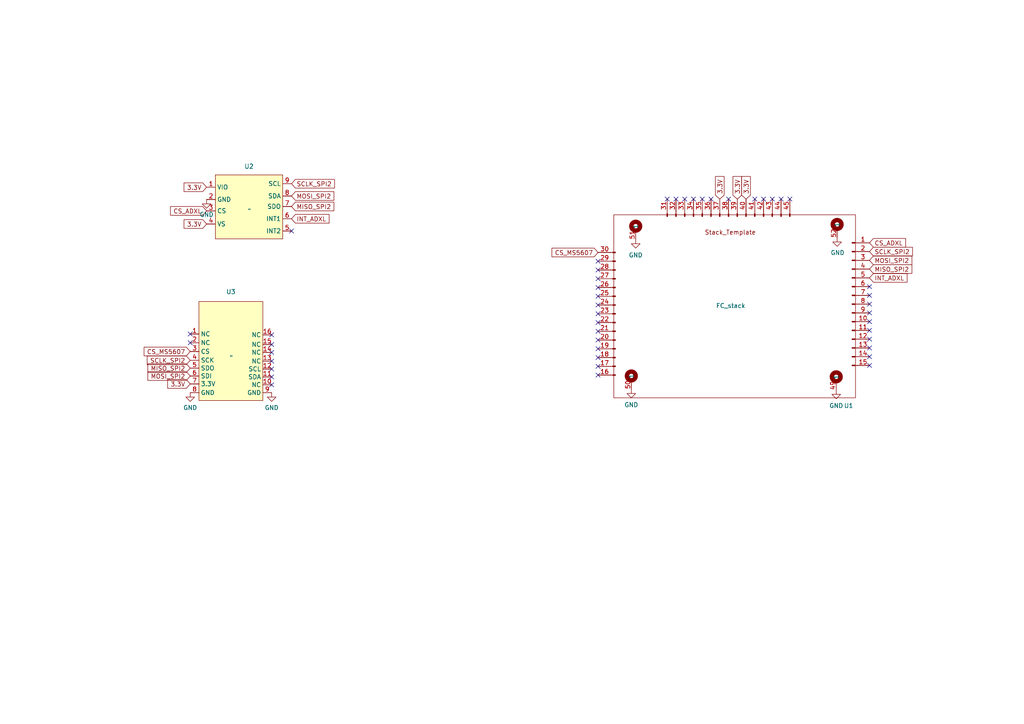
<source format=kicad_sch>
(kicad_sch (version 20230121) (generator eeschema)
  (paper "A4")
  (lib_symbols
    (symbol "ADXL_EVAL:ADXL375_EVAL"
      (property "Reference" "U" (at 0 0 0))
      (symbol "ADXL375_EVAL_1_1"
        (rectangle (start -9.906 9.906) (end 9.652 -8.636) (fill (type background)))
        (pin input line (at -12.446 6.35 0) (length 2.54) (name "VIO") (number "1"))
        (pin input line (at -12.446 2.794 0) (length 2.54) (name "GND") (number "2"))
        (pin input line (at -12.446 -0.508 0) (length 2.54) (name "CS") (number "3"))
        (pin input line (at -12.446 -4.318 0) (length 2.54) (name "VS") (number "4"))
        (pin input line (at 12.192 -6.35 180) (length 2.54) (name "INT2") (number "5"))
        (pin input line (at 12.192 -2.794 180) (length 2.54) (name "INT1") (number "6"))
        (pin input line (at 12.192 0.762 180) (length 2.54) (name "SDO") (number "7"))
        (pin input line (at 12.192 3.81 180) (length 2.54) (name "SDA") (number "8"))
        (pin input line (at 12.192 7.366 180) (length 2.54) (name "SCL") (number "9"))
      )
    )
    (symbol "MIKROE_ALTITUDE_2:MIKROE_ALTITUDE_CLICK_2"
      (property "Reference" "U" (at 0 0 0))
      (symbol "MIKROE_ALTITUDE_CLICK_2_1_1"
        (rectangle (start -9.398 15.748) (end 9.144 -12.954) (fill (type background)))
        (pin input line (at -11.938 6.35 0) (length 2.54) (name "NC") (number "1"))
        (pin input line (at 11.684 -8.382 180) (length 2.54) (name "NC") (number "10"))
        (pin input line (at 11.684 -6.096 180) (length 2.54) (name "SDA") (number "11"))
        (pin input line (at 11.684 -3.81 180) (length 2.54) (name "SCL") (number "12"))
        (pin input line (at 11.684 -1.524 180) (length 2.54) (name "NC") (number "13"))
        (pin input line (at 11.684 1.016 180) (length 2.54) (name "NC") (number "14"))
        (pin input line (at 11.684 3.302 180) (length 2.54) (name "NC") (number "15"))
        (pin input line (at 11.684 6.096 180) (length 2.54) (name "NC") (number "16"))
        (pin input line (at -11.938 3.81 0) (length 2.54) (name "NC") (number "2"))
        (pin input line (at -11.938 1.27 0) (length 2.54) (name "CS") (number "3"))
        (pin input line (at -11.938 -1.27 0) (length 2.54) (name "SCK") (number "4"))
        (pin input line (at -11.938 -3.556 0) (length 2.54) (name "SDO") (number "5"))
        (pin input line (at -11.938 -5.842 0) (length 2.54) (name "SDI") (number "6"))
        (pin input line (at -11.938 -8.128 0) (length 2.54) (name "3.3V") (number "7"))
        (pin input line (at -11.938 -10.668 0) (length 2.54) (name "GND") (number "8"))
        (pin input line (at 11.684 -10.668 180) (length 2.54) (name "GND") (number "9"))
      )
    )
    (symbol "fc_stack:Template"
      (property "Reference" "U" (at 0 0 0))
      (symbol "Template_0_1"
        (circle (center -28.448 -13.208) (radius 1.27) (stroke (width 1.27)))
        (circle (center -27.178 30.226) (radius 1.27) (stroke (width 1.27)))
        (circle (center 30.988 -13.462) (radius 1.27) (stroke (width 1.27)))
        (circle (center 31.242 30.734) (radius 1.27) (stroke (width 1.27)))
      )
      (symbol "Template_1_1"
        (rectangle (start -33.8836 -13.081) (end -33.02 -12.827) (stroke (width 0.1524)) (fill (type outline)))
        (rectangle (start -33.8836 -10.541) (end -33.02 -10.287) (stroke (width 0.1524)) (fill (type outline)))
        (rectangle (start -33.8836 -8.001) (end -33.02 -7.747) (stroke (width 0.1524)) (fill (type outline)))
        (rectangle (start -33.8836 -5.461) (end -33.02 -5.207) (stroke (width 0.1524)) (fill (type outline)))
        (rectangle (start -33.8836 -2.921) (end -33.02 -2.667) (stroke (width 0.1524)) (fill (type outline)))
        (rectangle (start -33.8836 -0.381) (end -33.02 -0.127) (stroke (width 0.1524)) (fill (type outline)))
        (rectangle (start -33.8836 2.159) (end -33.02 2.413) (stroke (width 0.1524)) (fill (type outline)))
        (rectangle (start -33.8836 4.699) (end -33.02 4.953) (stroke (width 0.1524)) (fill (type outline)))
        (rectangle (start -33.8836 7.239) (end -33.02 7.493) (stroke (width 0.1524)) (fill (type outline)))
        (rectangle (start -33.8836 9.779) (end -33.02 10.033) (stroke (width 0.1524)) (fill (type outline)))
        (rectangle (start -33.8836 12.319) (end -33.02 12.573) (stroke (width 0.1524)) (fill (type outline)))
        (rectangle (start -33.8836 14.859) (end -33.02 15.113) (stroke (width 0.1524)) (fill (type outline)))
        (rectangle (start -33.8836 17.399) (end -33.02 17.653) (stroke (width 0.1524)) (fill (type outline)))
        (rectangle (start -33.8836 19.939) (end -33.02 20.193) (stroke (width 0.1524)) (fill (type outline)))
        (rectangle (start -33.8836 22.479) (end -33.02 22.733) (stroke (width 0.1524)) (fill (type outline)))
        (rectangle (start -33.528 33.528) (end 36.576 -19.558))
        (rectangle (start -18.161 33.8836) (end -17.907 33.02) (stroke (width 0.1524)) (fill (type outline)))
        (rectangle (start -15.621 33.8836) (end -15.367 33.02) (stroke (width 0.1524)) (fill (type outline)))
        (rectangle (start -13.081 33.8836) (end -12.827 33.02) (stroke (width 0.1524)) (fill (type outline)))
        (rectangle (start -10.541 33.8836) (end -10.287 33.02) (stroke (width 0.1524)) (fill (type outline)))
        (rectangle (start -8.001 33.8836) (end -7.747 33.02) (stroke (width 0.1524)) (fill (type outline)))
        (rectangle (start -5.461 33.8836) (end -5.207 33.02) (stroke (width 0.1524)) (fill (type outline)))
        (rectangle (start -2.921 33.8836) (end -2.667 33.02) (stroke (width 0.1524)) (fill (type outline)))
        (rectangle (start -0.381 33.8836) (end -0.127 33.02) (stroke (width 0.1524)) (fill (type outline)))
        (polyline (pts (xy -34.29 -12.954) (xy -33.8836 -12.954)) (stroke (width 0.1524)))
        (polyline (pts (xy -34.29 -10.414) (xy -33.8836 -10.414)) (stroke (width 0.1524)))
        (polyline (pts (xy -34.29 -7.874) (xy -33.8836 -7.874)) (stroke (width 0.1524)))
        (polyline (pts (xy -34.29 -5.334) (xy -33.8836 -5.334)) (stroke (width 0.1524)))
        (polyline (pts (xy -34.29 -2.794) (xy -33.8836 -2.794)) (stroke (width 0.1524)))
        (polyline (pts (xy -34.29 -0.254) (xy -33.8836 -0.254)) (stroke (width 0.1524)))
        (polyline (pts (xy -34.29 2.286) (xy -33.8836 2.286)) (stroke (width 0.1524)))
        (polyline (pts (xy -34.29 4.826) (xy -33.8836 4.826)) (stroke (width 0.1524)))
        (polyline (pts (xy -34.29 7.366) (xy -33.8836 7.366)) (stroke (width 0.1524)))
        (polyline (pts (xy -34.29 9.906) (xy -33.8836 9.906)) (stroke (width 0.1524)))
        (polyline (pts (xy -34.29 12.446) (xy -33.8836 12.446)) (stroke (width 0.1524)))
        (polyline (pts (xy -34.29 14.986) (xy -33.8836 14.986)) (stroke (width 0.1524)))
        (polyline (pts (xy -34.29 17.526) (xy -33.8836 17.526)) (stroke (width 0.1524)))
        (polyline (pts (xy -34.29 20.066) (xy -33.8836 20.066)) (stroke (width 0.1524)))
        (polyline (pts (xy -34.29 22.606) (xy -33.8836 22.606)) (stroke (width 0.1524)))
        (polyline (pts (xy -18.034 34.29) (xy -18.034 33.8836)) (stroke (width 0.1524)))
        (polyline (pts (xy -15.494 34.29) (xy -15.494 33.8836)) (stroke (width 0.1524)))
        (polyline (pts (xy -12.954 34.29) (xy -12.954 33.8836)) (stroke (width 0.1524)))
        (polyline (pts (xy -10.414 34.29) (xy -10.414 33.8836)) (stroke (width 0.1524)))
        (polyline (pts (xy -7.874 34.29) (xy -7.874 33.8836)))
        (polyline (pts (xy -5.334 34.29) (xy -5.334 33.8836)) (stroke (width 0.1524)))
        (polyline (pts (xy -2.794 34.29) (xy -2.794 33.8836)) (stroke (width 0.1524)))
        (polyline (pts (xy -0.254 34.29) (xy -0.254 33.8836)) (stroke (width 0.1524)))
        (polyline (pts (xy 2.286 34.29) (xy 2.286 33.8836)) (stroke (width 0.1524)))
        (polyline (pts (xy 4.826 34.29) (xy 4.826 33.8836)) (stroke (width 0.1524)))
        (polyline (pts (xy 7.366 34.29) (xy 7.366 33.8836)) (stroke (width 0.1524)))
        (polyline (pts (xy 9.906 34.29) (xy 9.906 33.8836)) (stroke (width 0.1524)))
        (polyline (pts (xy 12.446 34.29) (xy 12.446 33.8836)) (stroke (width 0.1524)))
        (polyline (pts (xy 14.986 34.29) (xy 14.986 33.8836)) (stroke (width 0.1524)))
        (polyline (pts (xy 17.526 34.29) (xy 17.526 33.8836)) (stroke (width 0.1524)))
        (polyline (pts (xy 36.83 -10.16) (xy 36.4236 -10.16)) (stroke (width 0.1524)))
        (polyline (pts (xy 36.83 -7.62) (xy 36.4236 -7.62)) (stroke (width 0.1524)))
        (polyline (pts (xy 36.83 -5.08) (xy 36.4236 -5.08)) (stroke (width 0.1524)))
        (polyline (pts (xy 36.83 -2.54) (xy 36.4236 -2.54)) (stroke (width 0.1524)))
        (polyline (pts (xy 36.83 0) (xy 36.4236 0)) (stroke (width 0.1524)))
        (polyline (pts (xy 36.83 2.54) (xy 36.4236 2.54)) (stroke (width 0.1524)))
        (polyline (pts (xy 36.83 5.08) (xy 36.4236 5.08)) (stroke (width 0.1524)))
        (polyline (pts (xy 36.83 7.62) (xy 36.4236 7.62)) (stroke (width 0.1524)))
        (polyline (pts (xy 36.83 10.16) (xy 36.4236 10.16)) (stroke (width 0.1524)))
        (polyline (pts (xy 36.83 12.7) (xy 36.4236 12.7)) (stroke (width 0.1524)))
        (polyline (pts (xy 36.83 15.24) (xy 36.4236 15.24)) (stroke (width 0.1524)))
        (polyline (pts (xy 36.83 17.78) (xy 36.4236 17.78)) (stroke (width 0.1524)))
        (polyline (pts (xy 36.83 20.32) (xy 36.4236 20.32)) (stroke (width 0.1524)))
        (polyline (pts (xy 36.83 22.86) (xy 36.4236 22.86)) (stroke (width 0.1524)))
        (polyline (pts (xy 36.83 25.4) (xy 36.4236 25.4)) (stroke (width 0.1524)))
        (rectangle (start 2.159 33.8836) (end 2.413 33.02) (stroke (width 0.1524)) (fill (type outline)))
        (rectangle (start 4.699 33.8836) (end 4.953 33.02) (stroke (width 0.1524)) (fill (type outline)))
        (rectangle (start 7.239 33.8836) (end 7.493 33.02) (stroke (width 0.1524)) (fill (type outline)))
        (rectangle (start 9.779 33.8836) (end 10.033 33.02) (stroke (width 0.1524)) (fill (type outline)))
        (rectangle (start 12.319 33.8836) (end 12.573 33.02) (stroke (width 0.1524)) (fill (type outline)))
        (rectangle (start 14.859 33.8836) (end 15.113 33.02) (stroke (width 0.1524)) (fill (type outline)))
        (rectangle (start 17.399 33.8836) (end 17.653 33.02) (stroke (width 0.1524)) (fill (type outline)))
        (rectangle (start 36.4236 -10.033) (end 35.56 -10.287) (stroke (width 0.1524)) (fill (type outline)))
        (rectangle (start 36.4236 -7.493) (end 35.56 -7.747) (stroke (width 0.1524)) (fill (type outline)))
        (rectangle (start 36.4236 -4.953) (end 35.56 -5.207) (stroke (width 0.1524)) (fill (type outline)))
        (rectangle (start 36.4236 -2.413) (end 35.56 -2.667) (stroke (width 0.1524)) (fill (type outline)))
        (rectangle (start 36.4236 0.127) (end 35.56 -0.127) (stroke (width 0.1524)) (fill (type outline)))
        (rectangle (start 36.4236 2.667) (end 35.56 2.413) (stroke (width 0.1524)) (fill (type outline)))
        (rectangle (start 36.4236 5.207) (end 35.56 4.953) (stroke (width 0.1524)) (fill (type outline)))
        (rectangle (start 36.4236 7.747) (end 35.56 7.493) (stroke (width 0.1524)) (fill (type outline)))
        (rectangle (start 36.4236 10.287) (end 35.56 10.033) (stroke (width 0.1524)) (fill (type outline)))
        (rectangle (start 36.4236 12.827) (end 35.56 12.573) (stroke (width 0.1524)) (fill (type outline)))
        (rectangle (start 36.4236 15.367) (end 35.56 15.113) (stroke (width 0.1524)) (fill (type outline)))
        (rectangle (start 36.4236 17.907) (end 35.56 17.653) (stroke (width 0.1524)) (fill (type outline)))
        (rectangle (start 36.4236 20.447) (end 35.56 20.193) (stroke (width 0.1524)) (fill (type outline)))
        (rectangle (start 36.4236 22.987) (end 35.56 22.733) (stroke (width 0.1524)) (fill (type outline)))
        (rectangle (start 36.4236 25.527) (end 35.56 25.273) (stroke (width 0.1524)) (fill (type outline)))
        (text "Stack_Template\n" (at 0.254 28.448 0) (effects (font (size 1.27 1.27))))
        (pin passive line (at 40.64 25.4 180) (length 3.81) (name "") (number "1"))
        (pin passive line (at 40.64 2.54 180) (length 3.81) (name "") (number "10"))
        (pin passive line (at 40.64 0 180) (length 3.81) (name "") (number "11"))
        (pin passive line (at 40.64 -2.54 180) (length 3.81) (name "") (number "12"))
        (pin passive line (at 40.64 -5.08 180) (length 3.81) (name "") (number "13"))
        (pin passive line (at 40.64 -7.62 180) (length 3.81) (name "") (number "14"))
        (pin passive line (at 40.64 -10.16 180) (length 3.81) (name "") (number "15"))
        (pin passive line (at -38.1 -12.954 0) (length 3.81) (name "") (number "16"))
        (pin passive line (at -38.1 -10.414 0) (length 3.81) (name "") (number "17"))
        (pin passive line (at -38.1 -7.874 0) (length 3.81) (name "") (number "18"))
        (pin passive line (at -38.1 -5.334 0) (length 3.81) (name "") (number "19"))
        (pin passive line (at 40.64 22.86 180) (length 3.81) (name "") (number "2"))
        (pin passive line (at -38.1 -2.794 0) (length 3.81) (name "") (number "20"))
        (pin passive line (at -38.1 -0.254 0) (length 3.81) (name "") (number "21"))
        (pin passive line (at -38.1 2.286 0) (length 3.81) (name "") (number "22"))
        (pin passive line (at -38.1 4.826 0) (length 3.81) (name "") (number "23"))
        (pin passive line (at -38.1 7.366 0) (length 3.81) (name "") (number "24"))
        (pin passive line (at -38.1 9.906 0) (length 3.81) (name "") (number "25"))
        (pin passive line (at -38.1 12.446 0) (length 3.81) (name "") (number "26"))
        (pin passive line (at -38.1 14.986 0) (length 3.81) (name "") (number "27"))
        (pin passive line (at -38.1 17.526 0) (length 3.81) (name "") (number "28"))
        (pin passive line (at -38.1 20.066 0) (length 3.81) (name "") (number "29"))
        (pin passive line (at 40.64 20.32 180) (length 3.81) (name "") (number "3"))
        (pin passive line (at -38.1 22.606 0) (length 3.81) (name "") (number "30"))
        (pin passive line (at -18.034 38.1 270) (length 3.81) (name "") (number "31"))
        (pin passive line (at -15.494 38.1 270) (length 3.81) (name "") (number "32"))
        (pin passive line (at -12.954 38.1 270) (length 3.81) (name "") (number "33"))
        (pin passive line (at -10.414 38.1 270) (length 3.81) (name "") (number "34"))
        (pin passive line (at -7.874 38.1 270) (length 3.81) (name "") (number "35"))
        (pin passive line (at -5.334 38.1 270) (length 3.81) (name "") (number "36"))
        (pin passive line (at -2.794 38.1 270) (length 3.81) (name "") (number "37"))
        (pin passive line (at -0.254 38.1 270) (length 3.81) (name "") (number "38"))
        (pin passive line (at 2.286 38.1 270) (length 3.81) (name "") (number "39"))
        (pin passive line (at 40.64 17.78 180) (length 3.81) (name "") (number "4"))
        (pin passive line (at 4.826 38.1 270) (length 3.81) (name "") (number "40"))
        (pin passive line (at 7.366 38.1 270) (length 3.81) (name "") (number "41"))
        (pin passive line (at 9.906 38.1 270) (length 3.81) (name "") (number "42"))
        (pin passive line (at 12.446 38.1 270) (length 3.81) (name "") (number "43"))
        (pin passive line (at 14.986 38.1 270) (length 3.81) (name "") (number "44"))
        (pin passive line (at 17.526 38.1 270) (length 3.81) (name "") (number "45"))
        (pin input line (at 30.988 -17.272 90) (length 2.54) (name "1") (number "49"))
        (pin passive line (at 40.64 15.24 180) (length 3.81) (name "") (number "5"))
        (pin input line (at -28.448 -17.018 90) (length 2.54) (name "1") (number "50"))
        (pin input line (at -27.178 26.416 90) (length 2.54) (name "1") (number "51"))
        (pin input line (at 31.242 26.924 90) (length 2.54) (name "1") (number "52"))
        (pin passive line (at 40.64 12.7 180) (length 3.81) (name "") (number "6"))
        (pin passive line (at 40.64 10.16 180) (length 3.81) (name "") (number "7"))
        (pin passive line (at 40.64 7.62 180) (length 3.81) (name "") (number "8"))
        (pin passive line (at 40.64 5.08 180) (length 3.81) (name "") (number "9"))
      )
    )
    (symbol "power:GND" (power) (pin_names (offset 0))
      (property "Value" "GND" (at 0 -3.81 0))
      (symbol "GND_0_1"
        (polyline (pts (xy 0 0) (xy 0 -1.27) (xy 1.27 -1.27) (xy 0 -2.54) (xy -1.27 -1.27) (xy 0 -1.27)))
      )
      (symbol "GND_1_1"
        (pin power_in line (at 0 0 270) (length 0) hide (name "GND") (number "1"))
      )
    )
  )
  (no_connect (at 173.4566 80.8482))
  (no_connect (at 221.4626 57.7342))
  (no_connect (at 173.4566 85.9282))
  (no_connect (at 252.1966 88.2142))
  (no_connect (at 252.1966 103.4542))
  (no_connect (at 78.7908 107.0356))
  (no_connect (at 78.7908 102.2096))
  (no_connect (at 252.1966 100.9142))
  (no_connect (at 252.1966 93.2942))
  (no_connect (at 198.6026 57.7342))
  (no_connect (at 226.5426 57.7342))
  (no_connect (at 173.4566 103.7082))
  (no_connect (at 211.3026 57.7342))
  (no_connect (at 173.4566 88.4682))
  (no_connect (at 224.0026 57.7342))
  (no_connect (at 173.4566 98.6282))
  (no_connect (at 173.4566 101.1682))
  (no_connect (at 78.7908 109.3216))
  (no_connect (at 173.4566 96.0882))
  (no_connect (at 173.4566 78.3082))
  (no_connect (at 173.4566 93.5482))
  (no_connect (at 252.1966 83.1342))
  (no_connect (at 78.7908 97.1296))
  (no_connect (at 252.1966 105.9942))
  (no_connect (at 193.5226 57.7342))
  (no_connect (at 229.0826 57.7342))
  (no_connect (at 218.9226 57.7342))
  (no_connect (at 203.6826 57.7342))
  (no_connect (at 252.1966 90.7542))
  (no_connect (at 173.4566 75.7682))
  (no_connect (at 252.1966 95.8342))
  (no_connect (at 252.1966 85.6742))
  (no_connect (at 252.1966 98.3742))
  (no_connect (at 196.0626 57.7342))
  (no_connect (at 201.1426 57.7342))
  (no_connect (at 78.7908 111.6076))
  (no_connect (at 173.4566 106.2482))
  (no_connect (at 55.1688 99.4156))
  (no_connect (at 206.2226 57.7342))
  (no_connect (at 78.7908 104.7496))
  (no_connect (at 84.5566 67.0052))
  (no_connect (at 173.4566 83.3882))
  (no_connect (at 78.7908 99.9236))
  (no_connect (at 173.4566 91.0082))
  (no_connect (at 173.4566 108.7882))
  (no_connect (at 55.1688 96.8756))
  (global_label "3.3V" (shape input) (at 55.1688 111.3536 180) (property "Intersheetrefs" "${INTERSHEET_REFS}" (effects hide)))
  (global_label "CS_MS5607" (shape input) (at 173.4566 73.2282 180) (property "Intersheetrefs" "${INTERSHEET_REFS}" (effects hide)))
  (global_label "SCLK_SPI2" (shape input) (at 55.1688 104.4956 180) (property "Intersheetrefs" "${INTERSHEET_REFS}" (effects hide)))
  (global_label "CS_MS5607" (shape input) (at 55.1688 101.9556 180) (property "Intersheetrefs" "${INTERSHEET_REFS}" (effects hide)))
  (global_label "CS_ADXL" (shape input) (at 59.9186 61.1632 180) (property "Intersheetrefs" "${INTERSHEET_REFS}" (effects hide)))
  (global_label "INT_ADXL" (shape input) (at 84.5566 63.4492 0) (property "Intersheetrefs" "${INTERSHEET_REFS}" (effects hide)))
  (global_label "MISO_SPI2" (shape input) (at 84.5566 59.8932 0) (property "Intersheetrefs" "${INTERSHEET_REFS}" (effects hide)))
  (global_label "CS_ADXL" (shape input) (at 252.1966 70.4342 0) (property "Intersheetrefs" "${INTERSHEET_REFS}" (effects hide)))
  (global_label "3.3V" (shape input) (at 216.3826 57.7342 90) (property "Intersheetrefs" "${INTERSHEET_REFS}" (effects hide)))
  (global_label "MISO_SPI2" (shape input) (at 55.1688 106.7816 180) (property "Intersheetrefs" "${INTERSHEET_REFS}" (effects hide)))
  (global_label "MOSI_SPI2" (shape input) (at 84.5566 56.8452 0) (property "Intersheetrefs" "${INTERSHEET_REFS}" (effects hide)))
  (global_label "SCLK_SPI2" (shape input) (at 252.1966 72.9742 0) (property "Intersheetrefs" "${INTERSHEET_REFS}" (effects hide)))
  (global_label "3.3V" (shape input) (at 59.9186 54.3052 180) (property "Intersheetrefs" "${INTERSHEET_REFS}" (effects hide)))
  (global_label "INT_ADXL" (shape input) (at 252.1966 80.5942 0) (property "Intersheetrefs" "${INTERSHEET_REFS}" (effects hide)))
  (global_label "MISO_SPI2" (shape input) (at 252.1966 78.0542 0) (property "Intersheetrefs" "${INTERSHEET_REFS}" (effects hide)))
  (global_label "3.3V" (shape input) (at 213.8426 57.7342 90) (property "Intersheetrefs" "${INTERSHEET_REFS}" (effects hide)))
  (global_label "3.3V" (shape input) (at 208.7626 57.7342 90) (property "Intersheetrefs" "${INTERSHEET_REFS}" (effects hide)))
  (global_label "MOSI_SPI2" (shape input) (at 55.1688 109.0676 180) (property "Intersheetrefs" "${INTERSHEET_REFS}" (effects hide)))
  (global_label "SCLK_SPI2" (shape input) (at 84.5566 53.2892 0) (property "Intersheetrefs" "${INTERSHEET_REFS}" (effects hide)))
  (global_label "3.3V" (shape input) (at 59.9186 64.9732 180) (property "Intersheetrefs" "${INTERSHEET_REFS}" (effects hide)))
  (global_label "MOSI_SPI2" (shape input) (at 252.1966 75.5142 0) (property "Intersheetrefs" "${INTERSHEET_REFS}" (effects hide)))
  (symbol (lib_id "fc_stack:Template") (at 211.5566 95.8342 0) (unit 1)
    (property "Reference" "U1" (at 244.7545 117.6782 0) (effects (justify left)))
    (property "Value" "FC_stack" (at 211.9376 88.6714 0))
    (property "Footprint" "FC_Stack_template:FC_Stack_template" (effects hide))
  )
  (symbol (lib_id "power:GND") (at 78.7908 113.8936 0) (unit 1)
    (property "Reference" "#PWR07" (effects hide))
    (property "Value" "GND" (at 78.7908 118.2624 0))
  )
  (symbol (lib_id "MIKROE_ALTITUDE_2:MIKROE_ALTITUDE_CLICK_2") (at 67.1068 103.2256 0) (unit 1)
    (property "Reference" "U3" (at 66.9798 84.6328 0))
    (property "Value" "~" (at 67.1068 103.2256 0))
    (property "Footprint" "MIKROE_ALTITUDE_2:Altitude_Click_2" (effects hide))
  )
  (symbol (lib_id "ADXL_EVAL:ADXL375_EVAL") (at 72.3646 60.6552 0) (unit 1)
    (property "Reference" "U2" (at 72.2376 48.26 0))
    (property "Value" "~" (at 72.3646 60.6552 0))
    (property "Footprint" "ADXL375_EVAL:ADXL375_EVAL" (effects hide))
  )
  (symbol (lib_id "power:GND") (at 55.1688 113.8936 0) (unit 1)
    (property "Reference" "#PWR06" (effects hide))
    (property "Value" "GND" (at 55.1688 118.2624 0))
  )
  (symbol (lib_id "power:GND") (at 184.3786 69.4182 0) (unit 1)
    (property "Reference" "#PWR02" (effects hide))
    (property "Value" "GND" (at 184.3786 73.9902 0))
  )
  (symbol (lib_id "power:GND") (at 183.1086 112.8522 0) (unit 1)
    (property "Reference" "#PWR01" (effects hide))
    (property "Value" "GND" (at 183.1086 117.4242 0))
  )
  (symbol (lib_id "power:GND") (at 242.7986 68.9102 0) (unit 1)
    (property "Reference" "#PWR04" (effects hide))
    (property "Value" "GND" (at 242.9256 73.3044 0))
  )
  (symbol (lib_id "power:GND") (at 59.9186 57.8612 0) (unit 1)
    (property "Reference" "#PWR05" (effects hide))
    (property "Value" "GND" (at 59.9186 62.23 0))
  )
  (symbol (lib_id "power:GND") (at 242.5446 113.1062 0) (unit 1)
    (property "Reference" "#PWR03" (effects hide))
    (property "Value" "GND" (at 242.5446 117.6782 0))
  )
)
</source>
